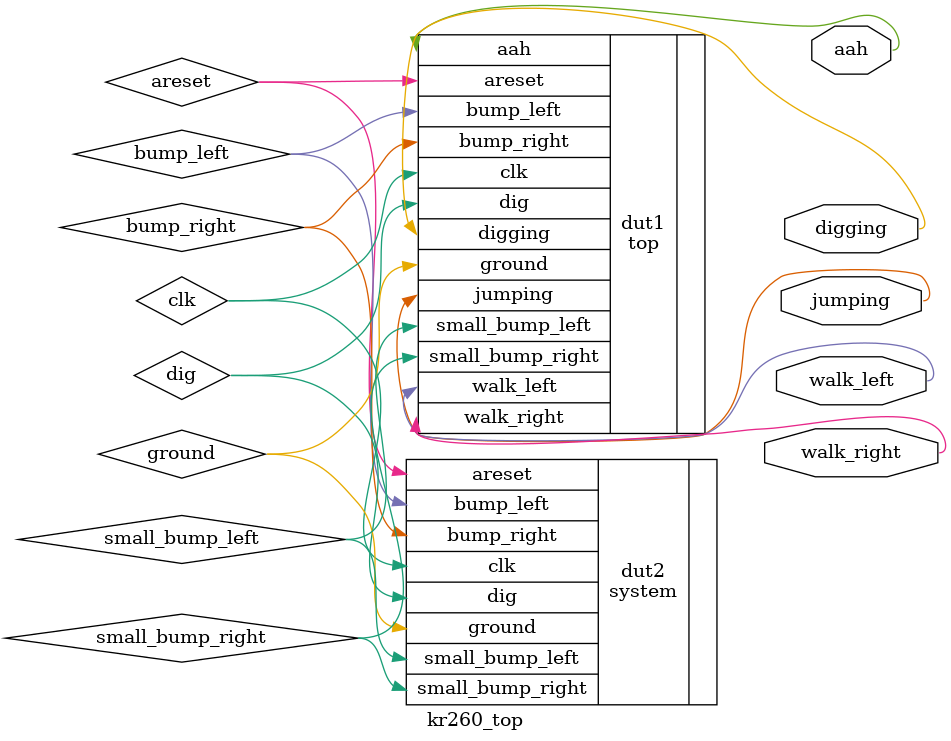
<source format=sv>
`timescale 1ns / 1ps


// Define the top-level module for the KR260 system
module kr260_top(
   // Declare the output pin for the LED
    output logic walk_left,
    output  logic walk_right,
    output logic aah,
    output logic digging,
    output logic jumping
   );
 logic clk;
   logic areset;
   logic bump_left;
   logic small_bump_left;
   logic bump_right;
   logic small_bump_right;
   logic ground;
   logic dig;
  
 // Declare system clock signal
 // Declare active-low reset signal
 // Declare input signal a
 // Declare input signal b
 // Declare input signal c

 // Instantiate the system module
 // Connect system clock to the system module
 // Connect reset signal to the system module
 // Connect input a to the system module
 // Connect input b to the system module
 // Connect input c to the system module
    system dut2 (
    .clk(clk),
    .areset(areset),
    .bump_left(bump_left),
    .bump_right(bump_right),
    .small_bump_right(small_bump_right),
    .small_bump_left(small_bump_left),
    .ground(ground),
    .dig(dig)
    );
 // Instantiate the triple voter module
 // Connect system clock to the voter module
 // Connect reset signal to the voter module
 // Connect input a to the voter module
 // Connect input b to the voter module
 // Connect input c to the voter module
 // Connect the output of the voter to the LED
 top dut1 (
    .clk(clk),
    .areset(areset),
    .bump_left(bump_left),
    .bump_right(bump_right),
    .small_bump_right(small_bump_right),
    .small_bump_left(small_bump_left),
    .ground(ground),
    .dig(dig),  
    .walk_left(walk_left),
    .walk_right(walk_right),
     .aah (aah),      
    .digging(digging),
    .jumping(jumping)
    );
endmodule


</source>
